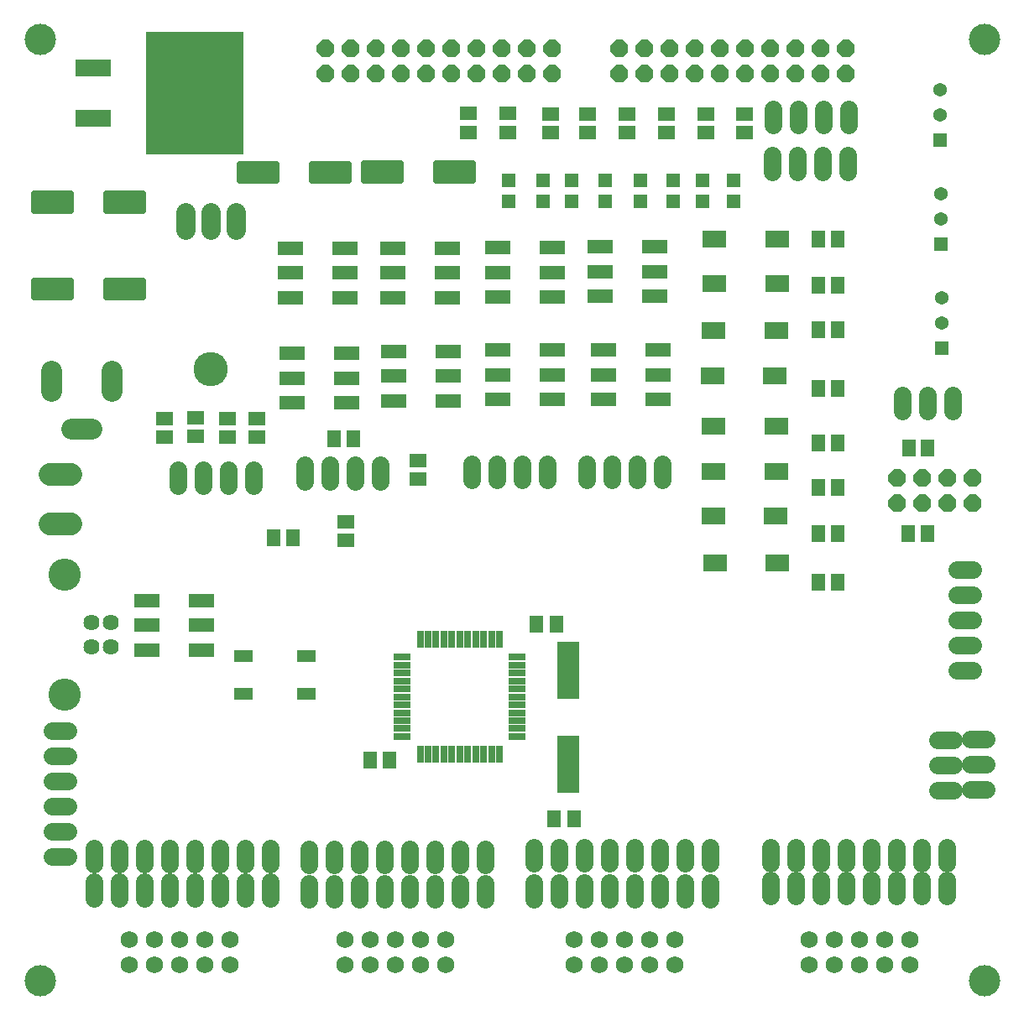
<source format=gbr>
G04 EAGLE Gerber RS-274X export*
G75*
%MOMM*%
%FSLAX34Y34*%
%LPD*%
%INSoldermask Top*%
%IPPOS*%
%AMOC8*
5,1,8,0,0,1.08239X$1,22.5*%
G01*
%ADD10C,3.152400*%
%ADD11R,1.652400X0.652400*%
%ADD12R,0.652400X1.652400*%
%ADD13C,1.778000*%
%ADD14R,1.452400X1.652400*%
%ADD15R,1.852400X1.152400*%
%ADD16C,3.252400*%
%ADD17C,1.624400*%
%ADD18R,2.652400X1.352400*%
%ADD19R,1.652400X1.452400*%
%ADD20R,1.352400X1.352400*%
%ADD21R,2.452400X1.752400*%
%ADD22R,1.368400X1.368400*%
%ADD23C,1.368400*%
%ADD24C,1.752400*%
%ADD25P,1.924489X8X22.500000*%
%ADD26P,1.924489X8X202.500000*%
%ADD27R,9.902400X12.352400*%
%ADD28R,3.652400X1.752400*%
%ADD29C,0.705719*%
%ADD30C,1.940563*%
%ADD31C,3.454400*%
%ADD32C,2.152400*%
%ADD33C,2.265681*%
%ADD34R,2.252400X5.752400*%
%ADD35R,1.452400X1.752400*%


D10*
X22500Y22500D03*
X975000Y22500D03*
X975000Y972500D03*
X22500Y972500D03*
D11*
X387900Y349300D03*
X387900Y341300D03*
X387900Y333300D03*
X387900Y325300D03*
X387900Y317300D03*
X387900Y309300D03*
X387900Y301300D03*
X387900Y293300D03*
X387900Y285300D03*
X387900Y277300D03*
X387900Y269300D03*
D12*
X405900Y251300D03*
X413900Y251300D03*
X421900Y251300D03*
X429900Y251300D03*
X437900Y251300D03*
X445900Y251300D03*
X453900Y251300D03*
X461900Y251300D03*
X469900Y251300D03*
X477900Y251300D03*
X485900Y251300D03*
D11*
X503900Y269300D03*
X503900Y277300D03*
X503900Y285300D03*
X503900Y293300D03*
X503900Y301300D03*
X503900Y309300D03*
X503900Y317300D03*
X503900Y325300D03*
X503900Y333300D03*
X503900Y341300D03*
X503900Y349300D03*
D12*
X485900Y367300D03*
X477900Y367300D03*
X469900Y367300D03*
X461900Y367300D03*
X453900Y367300D03*
X445900Y367300D03*
X437900Y367300D03*
X429900Y367300D03*
X421900Y367300D03*
X413900Y367300D03*
X405900Y367300D03*
D13*
X293700Y156028D02*
X293700Y139772D01*
X319100Y139772D02*
X319100Y156028D01*
X344500Y156028D02*
X344500Y139772D01*
X369900Y139772D02*
X369900Y156028D01*
X395300Y156028D02*
X395300Y139772D01*
X420700Y139772D02*
X420700Y156028D01*
X446100Y156028D02*
X446100Y139772D01*
X471500Y139772D02*
X471500Y156028D01*
X293500Y120828D02*
X293500Y104572D01*
X318900Y104572D02*
X318900Y120828D01*
X344300Y120828D02*
X344300Y104572D01*
X369700Y104572D02*
X369700Y120828D01*
X395100Y120828D02*
X395100Y104572D01*
X420500Y104572D02*
X420500Y120828D01*
X445900Y120828D02*
X445900Y104572D01*
X471300Y104572D02*
X471300Y120828D01*
X77200Y140272D02*
X77200Y156528D01*
X102600Y156528D02*
X102600Y140272D01*
X128000Y140272D02*
X128000Y156528D01*
X153400Y156528D02*
X153400Y140272D01*
X178800Y140272D02*
X178800Y156528D01*
X204200Y156528D02*
X204200Y140272D01*
X229600Y140272D02*
X229600Y156528D01*
X255000Y156528D02*
X255000Y140272D01*
X77200Y122428D02*
X77200Y106172D01*
X102600Y106172D02*
X102600Y122428D01*
X128000Y122428D02*
X128000Y106172D01*
X153400Y106172D02*
X153400Y122428D01*
X178800Y122428D02*
X178800Y106172D01*
X204200Y106172D02*
X204200Y122428D01*
X229600Y122428D02*
X229600Y106172D01*
X255000Y106172D02*
X255000Y122428D01*
X520700Y141372D02*
X520700Y157628D01*
X546100Y157628D02*
X546100Y141372D01*
X571500Y141372D02*
X571500Y157628D01*
X596900Y157628D02*
X596900Y141372D01*
X622300Y141372D02*
X622300Y157628D01*
X647700Y157628D02*
X647700Y141372D01*
X673100Y141372D02*
X673100Y157628D01*
X698500Y157628D02*
X698500Y141372D01*
X520200Y121528D02*
X520200Y105272D01*
X545600Y105272D02*
X545600Y121528D01*
X571000Y121528D02*
X571000Y105272D01*
X596400Y105272D02*
X596400Y121528D01*
X621800Y121528D02*
X621800Y105272D01*
X647200Y105272D02*
X647200Y121528D01*
X672600Y121528D02*
X672600Y105272D01*
X698000Y105272D02*
X698000Y121528D01*
X759300Y141272D02*
X759300Y157528D01*
X784700Y157528D02*
X784700Y141272D01*
X810100Y141272D02*
X810100Y157528D01*
X835500Y157528D02*
X835500Y141272D01*
X860900Y141272D02*
X860900Y157528D01*
X886300Y157528D02*
X886300Y141272D01*
X911700Y141272D02*
X911700Y157528D01*
X937100Y157528D02*
X937100Y141272D01*
X759300Y124428D02*
X759300Y108172D01*
X784700Y108172D02*
X784700Y124428D01*
X810100Y124428D02*
X810100Y108172D01*
X835500Y108172D02*
X835500Y124428D01*
X860900Y124428D02*
X860900Y108172D01*
X886300Y108172D02*
X886300Y124428D01*
X911700Y124428D02*
X911700Y108172D01*
X937100Y108172D02*
X937100Y124428D01*
D14*
X374700Y245200D03*
X355700Y245200D03*
D15*
X291000Y312300D03*
X291000Y350300D03*
X228000Y312300D03*
X228000Y350300D03*
D13*
X927872Y215100D02*
X944128Y215100D01*
X944128Y240500D02*
X927872Y240500D01*
X927872Y265900D02*
X944128Y265900D01*
X960872Y215600D02*
X977128Y215600D01*
X977128Y241000D02*
X960872Y241000D01*
X960872Y266400D02*
X977128Y266400D01*
X50628Y275500D02*
X34372Y275500D01*
X34372Y250100D02*
X50628Y250100D01*
X50628Y224700D02*
X34372Y224700D01*
X34372Y199300D02*
X50628Y199300D01*
X50628Y173900D02*
X34372Y173900D01*
X34372Y148500D02*
X50628Y148500D01*
D16*
X47000Y432200D03*
X47000Y311800D03*
D17*
X94100Y384500D03*
X74100Y384500D03*
X94100Y359500D03*
X74100Y359500D03*
D18*
X185000Y356500D03*
X185000Y381500D03*
X185000Y406500D03*
X130000Y356500D03*
X130000Y381500D03*
X130000Y406500D03*
X276500Y656000D03*
X276500Y631000D03*
X276500Y606000D03*
X331500Y656000D03*
X331500Y631000D03*
X331500Y606000D03*
X379000Y658000D03*
X379000Y633000D03*
X379000Y608000D03*
X434000Y658000D03*
X434000Y633000D03*
X434000Y608000D03*
X484500Y659500D03*
X484500Y634500D03*
X484500Y609500D03*
X539500Y659500D03*
X539500Y634500D03*
X539500Y609500D03*
X590500Y659500D03*
X590500Y634500D03*
X590500Y609500D03*
X645500Y659500D03*
X645500Y634500D03*
X645500Y609500D03*
X587500Y763500D03*
X587500Y738500D03*
X587500Y713500D03*
X642500Y763500D03*
X642500Y738500D03*
X642500Y713500D03*
X484500Y762500D03*
X484500Y737500D03*
X484500Y712500D03*
X539500Y762500D03*
X539500Y737500D03*
X539500Y712500D03*
X378500Y762000D03*
X378500Y737000D03*
X378500Y712000D03*
X433500Y762000D03*
X433500Y737000D03*
X433500Y712000D03*
X275500Y762000D03*
X275500Y737000D03*
X275500Y712000D03*
X330500Y762000D03*
X330500Y737000D03*
X330500Y712000D03*
D13*
X365600Y543128D02*
X365600Y526872D01*
X340200Y526872D02*
X340200Y543128D01*
X314800Y543128D02*
X314800Y526872D01*
X289400Y526872D02*
X289400Y543128D01*
X161900Y538628D02*
X161900Y522372D01*
X187300Y522372D02*
X187300Y538628D01*
X212700Y538628D02*
X212700Y522372D01*
X238100Y522372D02*
X238100Y538628D01*
D19*
X454500Y898000D03*
X454500Y879000D03*
X494500Y898000D03*
X494500Y879000D03*
X537500Y897500D03*
X537500Y878500D03*
X574500Y897500D03*
X574500Y878500D03*
X614500Y897500D03*
X614500Y878500D03*
X654500Y897500D03*
X654500Y878500D03*
X694500Y897500D03*
X694500Y878500D03*
X733500Y897500D03*
X733500Y878500D03*
D20*
X495500Y830500D03*
X495500Y809500D03*
X530000Y830500D03*
X530000Y809500D03*
X558500Y830500D03*
X558500Y809500D03*
X593000Y830500D03*
X593000Y809500D03*
X628500Y830500D03*
X628500Y809500D03*
X661000Y830500D03*
X661000Y809500D03*
X690500Y830500D03*
X690500Y809500D03*
X722500Y830500D03*
X722500Y809500D03*
D13*
X761900Y886372D02*
X761900Y902628D01*
X787300Y902628D02*
X787300Y886372D01*
X812700Y886372D02*
X812700Y902628D01*
X838100Y902628D02*
X838100Y886372D01*
X761400Y855628D02*
X761400Y839372D01*
X786800Y839372D02*
X786800Y855628D01*
X812200Y855628D02*
X812200Y839372D01*
X837600Y839372D02*
X837600Y855628D01*
D14*
X827000Y425000D03*
X808000Y425000D03*
X827000Y474500D03*
X808000Y474500D03*
X827000Y520500D03*
X808000Y520500D03*
X827000Y565500D03*
X808000Y565500D03*
X827000Y771500D03*
X808000Y771500D03*
X827000Y725000D03*
X808000Y725000D03*
X827000Y679500D03*
X808000Y679500D03*
X827000Y621000D03*
X808000Y621000D03*
D21*
X766500Y444500D03*
X703500Y444500D03*
X764500Y492000D03*
X701500Y492000D03*
X765000Y537000D03*
X702000Y537000D03*
X765000Y582500D03*
X702000Y582500D03*
X766000Y771500D03*
X703000Y771500D03*
X766000Y726000D03*
X703000Y726000D03*
X765000Y679000D03*
X702000Y679000D03*
X764000Y633000D03*
X701000Y633000D03*
D13*
X457900Y544128D02*
X457900Y527872D01*
X483300Y527872D02*
X483300Y544128D01*
X508700Y544128D02*
X508700Y527872D01*
X534100Y527872D02*
X534100Y544128D01*
X573900Y544128D02*
X573900Y527872D01*
X599300Y527872D02*
X599300Y544128D01*
X624700Y544128D02*
X624700Y527872D01*
X650100Y527872D02*
X650100Y544128D01*
D22*
X930500Y871100D03*
D23*
X930500Y896500D03*
X930500Y921900D03*
D22*
X931000Y766600D03*
D23*
X931000Y792000D03*
X931000Y817400D03*
D22*
X932000Y661600D03*
D23*
X932000Y687000D03*
X932000Y712400D03*
D13*
X892600Y614128D02*
X892600Y597872D01*
X918000Y597872D02*
X918000Y614128D01*
X943400Y614128D02*
X943400Y597872D01*
D24*
X330200Y38800D03*
X330200Y64200D03*
X355600Y38800D03*
X355600Y64200D03*
X381000Y38800D03*
X381000Y64200D03*
X406400Y38800D03*
X406400Y64200D03*
X431800Y38800D03*
X431800Y64200D03*
X112200Y38800D03*
X112200Y64200D03*
X137600Y38800D03*
X137600Y64200D03*
X163000Y38800D03*
X163000Y64200D03*
X188400Y38800D03*
X188400Y64200D03*
X213800Y38800D03*
X213800Y64200D03*
X561200Y38800D03*
X561200Y64200D03*
X586600Y38800D03*
X586600Y64200D03*
X612000Y38800D03*
X612000Y64200D03*
X637400Y38800D03*
X637400Y64200D03*
X662800Y38800D03*
X662800Y64200D03*
X798200Y38800D03*
X798200Y64200D03*
X823600Y38800D03*
X823600Y64200D03*
X849000Y38800D03*
X849000Y64200D03*
X874400Y38800D03*
X874400Y64200D03*
X899800Y38800D03*
X899800Y64200D03*
D25*
X310700Y938300D03*
X310700Y963700D03*
X336100Y938300D03*
X336100Y963700D03*
X361500Y938300D03*
X361500Y963700D03*
X386900Y938300D03*
X386900Y963700D03*
X412300Y938300D03*
X412300Y963700D03*
X437700Y938300D03*
X437700Y963700D03*
X463100Y938300D03*
X463100Y963700D03*
X488500Y938300D03*
X488500Y963700D03*
X513900Y938300D03*
X513900Y963700D03*
X539300Y938300D03*
X539300Y963700D03*
X606700Y938300D03*
X606700Y963700D03*
X632100Y938300D03*
X632100Y963700D03*
X657500Y938300D03*
X657500Y963700D03*
X682900Y938300D03*
X682900Y963700D03*
X708300Y938300D03*
X708300Y963700D03*
X733700Y938300D03*
X733700Y963700D03*
X759100Y938300D03*
X759100Y963700D03*
X784500Y938300D03*
X784500Y963700D03*
X809900Y938300D03*
X809900Y963700D03*
X835300Y938300D03*
X835300Y963700D03*
D13*
X947372Y335700D02*
X963628Y335700D01*
X963628Y361100D02*
X947372Y361100D01*
X947372Y386500D02*
X963628Y386500D01*
X963628Y411900D02*
X947372Y411900D01*
X947372Y437300D02*
X963628Y437300D01*
D14*
X918000Y560500D03*
X899000Y560500D03*
X917500Y474500D03*
X898500Y474500D03*
D26*
X963100Y529700D03*
X963100Y504300D03*
X937700Y529700D03*
X937700Y504300D03*
X912300Y529700D03*
X912300Y504300D03*
X886900Y529700D03*
X886900Y504300D03*
D27*
X178750Y918500D03*
D28*
X76000Y943900D03*
X76000Y893100D03*
D29*
X89766Y729234D02*
X126234Y729234D01*
X126234Y712766D01*
X89766Y712766D01*
X89766Y729234D01*
X89766Y719470D02*
X126234Y719470D01*
X126234Y726174D02*
X89766Y726174D01*
X53234Y729234D02*
X16766Y729234D01*
X53234Y729234D02*
X53234Y712766D01*
X16766Y712766D01*
X16766Y729234D01*
X16766Y719470D02*
X53234Y719470D01*
X53234Y726174D02*
X16766Y726174D01*
X89766Y816734D02*
X126234Y816734D01*
X126234Y800266D01*
X89766Y800266D01*
X89766Y816734D01*
X89766Y806970D02*
X126234Y806970D01*
X126234Y813674D02*
X89766Y813674D01*
X53234Y816734D02*
X16766Y816734D01*
X53234Y816734D02*
X53234Y800266D01*
X16766Y800266D01*
X16766Y816734D01*
X16766Y806970D02*
X53234Y806970D01*
X53234Y813674D02*
X16766Y813674D01*
D30*
X220400Y798541D02*
X220400Y780659D01*
X195000Y780659D02*
X195000Y798541D01*
X169600Y798541D02*
X169600Y780659D01*
D31*
X195000Y639740D03*
D32*
X95000Y638000D02*
X95000Y618000D01*
X34000Y618000D02*
X34000Y638000D01*
X54000Y580000D02*
X74000Y580000D01*
D33*
X53066Y484354D02*
X31934Y484354D01*
X31934Y534392D02*
X53066Y534392D01*
D29*
X224266Y830266D02*
X260734Y830266D01*
X224266Y830266D02*
X224266Y846734D01*
X260734Y846734D01*
X260734Y830266D01*
X260734Y836970D02*
X224266Y836970D01*
X224266Y843674D02*
X260734Y843674D01*
X297266Y830266D02*
X333734Y830266D01*
X297266Y830266D02*
X297266Y846734D01*
X333734Y846734D01*
X333734Y830266D01*
X333734Y836970D02*
X297266Y836970D01*
X297266Y843674D02*
X333734Y843674D01*
X422266Y847234D02*
X458734Y847234D01*
X458734Y830766D01*
X422266Y830766D01*
X422266Y847234D01*
X422266Y837470D02*
X458734Y837470D01*
X458734Y844174D02*
X422266Y844174D01*
X385734Y847234D02*
X349266Y847234D01*
X385734Y847234D02*
X385734Y830766D01*
X349266Y830766D01*
X349266Y847234D01*
X349266Y837470D02*
X385734Y837470D01*
X385734Y844174D02*
X349266Y844174D01*
D14*
X277500Y470000D03*
X258500Y470000D03*
X319500Y570000D03*
X338500Y570000D03*
D19*
X331000Y486000D03*
X331000Y467000D03*
X403500Y548000D03*
X403500Y529000D03*
X148500Y571500D03*
X148500Y590500D03*
X179000Y572000D03*
X179000Y591000D03*
X212000Y571500D03*
X212000Y590500D03*
X241000Y571500D03*
X241000Y590500D03*
D34*
X555000Y241000D03*
X555000Y336000D03*
D35*
X541000Y186500D03*
X561000Y186500D03*
X523500Y383000D03*
X543500Y383000D03*
M02*

</source>
